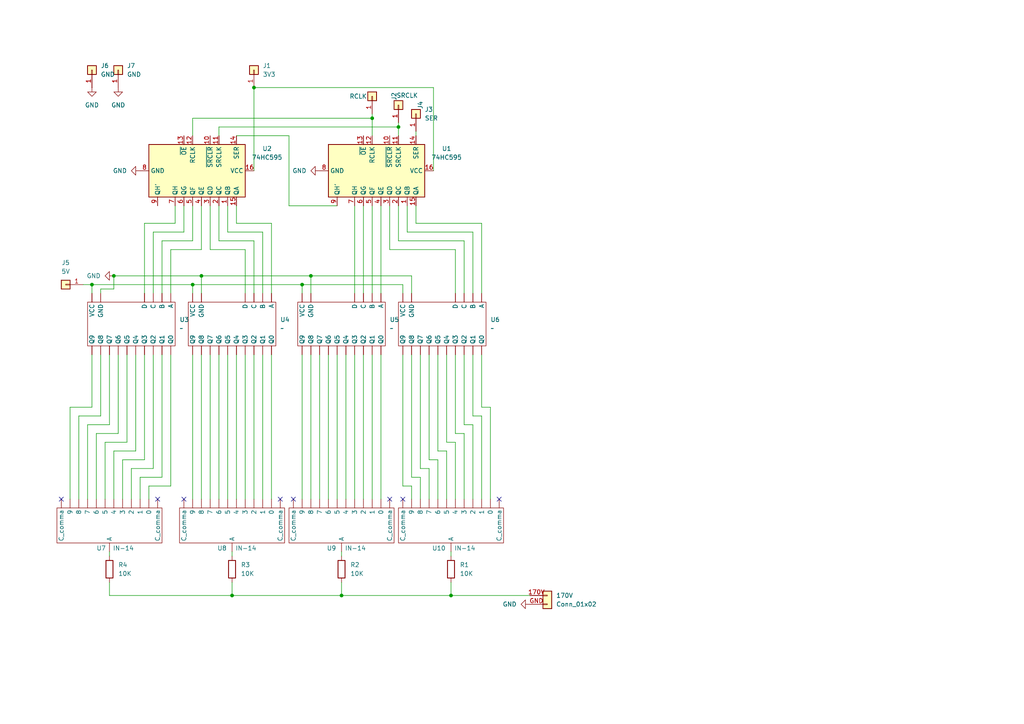
<source format=kicad_sch>
(kicad_sch (version 20250114) (generator "eeschema") (generator_version "9.0")
  (paper "A4")
  (lib_symbols
    (symbol "74xx:74HC595"
      (property "Reference" "U" (at -7.62 13.97 0))
      (property "Value" "74HC595" (at -7.62 -16.51 0))
      (symbol "74HC595_1_0"
        (pin input line (at -10.16 10.16 0) (length 2.54) (name "SER") (number "14"))
        (pin input line (at -10.16 5.08 0) (length 2.54) (name "SRCLK") (number "11"))
        (pin input line (at -10.16 2.54 0) (length 2.54) (name "~{SRCLR}") (number "10"))
        (pin input line (at -10.16 -2.54 0) (length 2.54) (name "RCLK") (number "12"))
        (pin input line (at -10.16 -5.08 0) (length 2.54) (name "~{OE}") (number "13"))
        (pin power_in line (at 0 15.24 270) (length 2.54) (name "VCC") (number "16"))
        (pin power_in line (at 0 -17.78 90) (length 2.54) (name "GND") (number "8"))
        (pin tri_state line (at 10.16 10.16 180) (length 2.54) (name "QA") (number "15"))
        (pin tri_state line (at 10.16 7.62 180) (length 2.54) (name "QB") (number "1"))
        (pin tri_state line (at 10.16 5.08 180) (length 2.54) (name "QC") (number "2"))
        (pin tri_state line (at 10.16 2.54 180) (length 2.54) (name "QD") (number "3"))
        (pin tri_state line (at 10.16 0 180) (length 2.54) (name "QE") (number "4"))
        (pin tri_state line (at 10.16 -2.54 180) (length 2.54) (name "QF") (number "5"))
        (pin tri_state line (at 10.16 -5.08 180) (length 2.54) (name "QG") (number "6"))
        (pin tri_state line (at 10.16 -7.62 180) (length 2.54) (name "QH") (number "7"))
        (pin output line (at 10.16 -12.7 180) (length 2.54) (name "QH'") (number "9"))
      )
      (symbol "74HC595_1_1"
        (rectangle (start -7.62 12.7) (end 7.62 -15.24) (stroke (width 0.254)) (fill (type background)))
      )
    )
    (symbol "Connector_Generic:Conn_01x01" (pin_names (offset 1.016) (hide yes))
      (property "Reference" "J" (at 0 2.54 0))
      (property "Value" "Conn_01x01" (at 0 -2.54 0))
      (symbol "Conn_01x01_1_1"
        (rectangle (start -1.27 1.27) (end 1.27 -1.27) (stroke (width 0.254)) (fill (type background)))
        (rectangle (start -1.27 0.127) (end 0 -0.127) (stroke (width 0.1524)))
        (pin passive line (at -5.08 0 0) (length 3.81) (name "Pin_1") (number "1"))
      )
    )
    (symbol "Connector_Generic:Conn_01x02" (pin_names (offset 1.016) (hide yes))
      (property "Reference" "170V" (at 2.54 0.0001 0))
      (property "Value" "Conn_01x02" (at 2.54 -2.5399 0))
      (symbol "Conn_01x02_1_1"
        (rectangle (start -1.27 1.27) (end 1.27 -3.81) (stroke (width 0.254)) (fill (type background)))
        (rectangle (start -1.27 0.127) (end 0 -0.127) (stroke (width 0.1524)))
        (rectangle (start -1.27 -2.413) (end 0 -2.667) (stroke (width 0.1524)))
        (pin passive line (at -5.08 0 0) (length 3.81) (name "Pin_1") (number "170V"))
        (pin passive line (at -5.08 -2.54 0) (length 3.81) (name "Pin_2") (number "GND"))
      )
    )
    (symbol "Device:R" (pin_numbers (hide yes)) (pin_names (offset 0))
      (property "Reference" "R" (at 2.032 0 90))
      (property "Value" "R" (at 0 0 90))
      (symbol "R_0_1"
        (rectangle (start -1.016 -2.54) (end 1.016 2.54) (stroke (width 0.254)))
      )
      (symbol "R_1_1"
        (pin passive line (at 0 3.81 270) (length 1.27) (name "~") (number "1"))
        (pin passive line (at 0 -3.81 90) (length 1.27) (name "~") (number "2"))
      )
    )
    (symbol "IN-14_1"
      (property "Reference" "U" (at 0 0 0))
      (symbol "IN-14_1_0_1"
        (rectangle (start -12.7 3.81) (end 17.78 -6.35))
      )
      (symbol "IN-14_1_1_1"
        (pin bidirectional line (at -11.43 6.35 270) (length 2.54) (name "C_comma") (number ""))
        (pin input line (at -8.89 6.35 270) (length 2.54) (name "0") (number ""))
        (pin input line (at -6.35 6.35 270) (length 2.54) (name "1") (number ""))
        (pin input line (at -3.81 6.35 270) (length 2.54) (name "2") (number ""))
        (pin input line (at -1.27 6.35 270) (length 2.54) (name "3") (number ""))
        (pin input line (at 1.27 6.35 270) (length 2.54) (name "4") (number ""))
        (pin bidirectional line (at 2.54 -8.89 90) (length 2.54) (name "A") (number ""))
        (pin input line (at 3.81 6.35 270) (length 2.54) (name "5") (number ""))
        (pin input line (at 6.35 6.35 270) (length 2.54) (name "6") (number ""))
        (pin input line (at 8.89 6.35 270) (length 2.54) (name "7") (number ""))
        (pin input line (at 11.43 6.35 270) (length 2.54) (name "8") (number ""))
        (pin input line (at 13.97 6.35 270) (length 2.54) (name "9") (number ""))
        (pin bidirectional line (at 16.51 6.35 270) (length 2.54) (name "C_comma") (number ""))
      )
    )
    (symbol "IN-14_2"
      (property "Reference" "U" (at 0 0 0))
      (symbol "IN-14_2_0_1"
        (rectangle (start -12.7 3.81) (end 17.78 -6.35))
      )
      (symbol "IN-14_2_1_1"
        (pin bidirectional line (at -11.43 6.35 270) (length 2.54) (name "C_comma") (number ""))
        (pin input line (at -8.89 6.35 270) (length 2.54) (name "0") (number ""))
        (pin input line (at -6.35 6.35 270) (length 2.54) (name "1") (number ""))
        (pin input line (at -3.81 6.35 270) (length 2.54) (name "2") (number ""))
        (pin input line (at -1.27 6.35 270) (length 2.54) (name "3") (number ""))
        (pin input line (at 1.27 6.35 270) (length 2.54) (name "4") (number ""))
        (pin bidirectional line (at 2.54 -8.89 90) (length 2.54) (name "A") (number ""))
        (pin input line (at 3.81 6.35 270) (length 2.54) (name "5") (number ""))
        (pin input line (at 6.35 6.35 270) (length 2.54) (name "6") (number ""))
        (pin input line (at 8.89 6.35 270) (length 2.54) (name "7") (number ""))
        (pin input line (at 11.43 6.35 270) (length 2.54) (name "8") (number ""))
        (pin input line (at 13.97 6.35 270) (length 2.54) (name "9") (number ""))
        (pin bidirectional line (at 16.51 6.35 270) (length 2.54) (name "C_comma") (number ""))
      )
    )
    (symbol "IN-14_3"
      (property "Reference" "U" (at 0 0 0))
      (symbol "IN-14_3_0_1"
        (rectangle (start -12.7 3.81) (end 17.78 -6.35))
      )
      (symbol "IN-14_3_1_1"
        (pin bidirectional line (at -11.43 6.35 270) (length 2.54) (name "C_comma") (number ""))
        (pin input line (at -8.89 6.35 270) (length 2.54) (name "0") (number ""))
        (pin input line (at -6.35 6.35 270) (length 2.54) (name "1") (number ""))
        (pin input line (at -3.81 6.35 270) (length 2.54) (name "2") (number ""))
        (pin input line (at -1.27 6.35 270) (length 2.54) (name "3") (number ""))
        (pin input line (at 1.27 6.35 270) (length 2.54) (name "4") (number ""))
        (pin bidirectional line (at 2.54 -8.89 90) (length 2.54) (name "A") (number ""))
        (pin input line (at 3.81 6.35 270) (length 2.54) (name "5") (number ""))
        (pin input line (at 6.35 6.35 270) (length 2.54) (name "6") (number ""))
        (pin input line (at 8.89 6.35 270) (length 2.54) (name "7") (number ""))
        (pin input line (at 11.43 6.35 270) (length 2.54) (name "8") (number ""))
        (pin input line (at 13.97 6.35 270) (length 2.54) (name "9") (number ""))
        (pin bidirectional line (at 16.51 6.35 270) (length 2.54) (name "C_comma") (number ""))
      )
    )
    (symbol "K155ID1_1"
      (property "Reference" "U3" (at -1.2701 13.97 90))
      (property "Value" "~" (at 1.2699 13.97 90))
      (symbol "K155ID1_1_0_1"
        (rectangle (start -6.35 12.7) (end 6.35 -12.7))
      )
      (symbol "K155ID1_1_1_1"
        (pin input line (at -8.89 11.43 0) (length 2.54) (name "A") (number ""))
        (pin input line (at -8.89 8.89 0) (length 2.54) (name "B") (number ""))
        (pin input line (at -8.89 6.35 0) (length 2.54) (name "C") (number ""))
        (pin input line (at -8.89 3.81 0) (length 2.54) (name "D") (number ""))
        (pin output line (at -8.89 -8.89 0) (length 2.54) (name "GND") (number ""))
        (pin input line (at -8.89 -11.43 0) (length 2.54) (name "VCC") (number ""))
        (pin output line (at 8.89 11.43 180) (length 2.54) (name "Q0") (number ""))
        (pin output line (at 8.89 8.89 180) (length 2.54) (name "Q1") (number ""))
        (pin output line (at 8.89 6.35 180) (length 2.54) (name "Q2") (number ""))
        (pin output line (at 8.89 3.81 180) (length 2.54) (name "Q3") (number ""))
        (pin output line (at 8.89 1.27 180) (length 2.54) (name "Q4") (number ""))
        (pin output line (at 8.89 -1.27 180) (length 2.54) (name "Q5") (number ""))
        (pin output line (at 8.89 -3.81 180) (length 2.54) (name "Q6") (number ""))
        (pin output line (at 8.89 -6.35 180) (length 2.54) (name "Q7") (number ""))
        (pin output line (at 8.89 -8.89 180) (length 2.54) (name "Q8") (number ""))
        (pin output line (at 8.89 -11.43 180) (length 2.54) (name "Q9") (number ""))
      )
    )
    (symbol "K155ID1_2"
      (property "Reference" "U6" (at -1.27 17.78 0))
      (property "Value" "~" (at -1.27 15.24 0))
      (symbol "K155ID1_2_0_1"
        (rectangle (start -6.35 12.7) (end 6.35 -12.7))
      )
      (symbol "K155ID1_2_1_1"
        (pin input line (at -8.89 11.43 0) (length 2.54) (name "A") (number ""))
        (pin input line (at -8.89 8.89 0) (length 2.54) (name "B") (number ""))
        (pin input line (at -8.89 6.35 0) (length 2.54) (name "C") (number ""))
        (pin input line (at -8.89 3.81 0) (length 2.54) (name "D") (number ""))
        (pin output line (at -8.89 -8.89 0) (length 2.54) (name "GND") (number ""))
        (pin input line (at -8.89 -11.43 0) (length 2.54) (name "VCC") (number ""))
        (pin output line (at 8.89 11.43 180) (length 2.54) (name "Q0") (number ""))
        (pin output line (at 8.89 8.89 180) (length 2.54) (name "Q1") (number ""))
        (pin output line (at 8.89 6.35 180) (length 2.54) (name "Q2") (number ""))
        (pin output line (at 8.89 3.81 180) (length 2.54) (name "Q3") (number ""))
        (pin output line (at 8.89 1.27 180) (length 2.54) (name "Q4") (number ""))
        (pin output line (at 8.89 -1.27 180) (length 2.54) (name "Q5") (number ""))
        (pin output line (at 8.89 -3.81 180) (length 2.54) (name "Q6") (number ""))
        (pin output line (at 8.89 -6.35 180) (length 2.54) (name "Q7") (number ""))
        (pin output line (at 8.89 -8.89 180) (length 2.54) (name "Q8") (number ""))
        (pin output line (at 8.89 -11.43 180) (length 2.54) (name "Q9") (number ""))
      )
    )
    (symbol "K155ID1_3"
      (property "Reference" "U6" (at -1.27 17.78 0))
      (property "Value" "~" (at -1.27 15.24 0))
      (symbol "K155ID1_3_0_1"
        (rectangle (start -6.35 12.7) (end 6.35 -12.7))
      )
      (symbol "K155ID1_3_1_1"
        (pin input line (at -8.89 11.43 0) (length 2.54) (name "A") (number ""))
        (pin input line (at -8.89 8.89 0) (length 2.54) (name "B") (number ""))
        (pin input line (at -8.89 6.35 0) (length 2.54) (name "C") (number ""))
        (pin input line (at -8.89 3.81 0) (length 2.54) (name "D") (number ""))
        (pin output line (at -8.89 -8.89 0) (length 2.54) (name "GND") (number ""))
        (pin input line (at -8.89 -11.43 0) (length 2.54) (name "VCC") (number ""))
        (pin output line (at 8.89 11.43 180) (length 2.54) (name "Q0") (number ""))
        (pin output line (at 8.89 8.89 180) (length 2.54) (name "Q1") (number ""))
        (pin output line (at 8.89 6.35 180) (length 2.54) (name "Q2") (number ""))
        (pin output line (at 8.89 3.81 180) (length 2.54) (name "Q3") (number ""))
        (pin output line (at 8.89 1.27 180) (length 2.54) (name "Q4") (number ""))
        (pin output line (at 8.89 -1.27 180) (length 2.54) (name "Q5") (number ""))
        (pin output line (at 8.89 -3.81 180) (length 2.54) (name "Q6") (number ""))
        (pin output line (at 8.89 -6.35 180) (length 2.54) (name "Q7") (number ""))
        (pin output line (at 8.89 -8.89 180) (length 2.54) (name "Q8") (number ""))
        (pin output line (at 8.89 -11.43 180) (length 2.54) (name "Q9") (number ""))
      )
    )
    (symbol "K155ID1_4"
      (property "Reference" "U6" (at -1.27 17.78 0))
      (property "Value" "~" (at -1.27 15.24 0))
      (symbol "K155ID1_4_0_1"
        (rectangle (start -6.35 12.7) (end 6.35 -12.7))
      )
      (symbol "K155ID1_4_1_1"
        (pin input line (at -8.89 11.43 0) (length 2.54) (name "A") (number ""))
        (pin input line (at -8.89 8.89 0) (length 2.54) (name "B") (number ""))
        (pin input line (at -8.89 6.35 0) (length 2.54) (name "C") (number ""))
        (pin input line (at -8.89 3.81 0) (length 2.54) (name "D") (number ""))
        (pin output line (at -8.89 -8.89 0) (length 2.54) (name "GND") (number ""))
        (pin input line (at -8.89 -11.43 0) (length 2.54) (name "VCC") (number ""))
        (pin output line (at 8.89 11.43 180) (length 2.54) (name "Q0") (number ""))
        (pin output line (at 8.89 8.89 180) (length 2.54) (name "Q1") (number ""))
        (pin output line (at 8.89 6.35 180) (length 2.54) (name "Q2") (number ""))
        (pin output line (at 8.89 3.81 180) (length 2.54) (name "Q3") (number ""))
        (pin output line (at 8.89 1.27 180) (length 2.54) (name "Q4") (number ""))
        (pin output line (at 8.89 -1.27 180) (length 2.54) (name "Q5") (number ""))
        (pin output line (at 8.89 -3.81 180) (length 2.54) (name "Q6") (number ""))
        (pin output line (at 8.89 -6.35 180) (length 2.54) (name "Q7") (number ""))
        (pin output line (at 8.89 -8.89 180) (length 2.54) (name "Q8") (number ""))
        (pin output line (at 8.89 -11.43 180) (length 2.54) (name "Q9") (number ""))
      )
    )
    (symbol "custom:IN-14"
      (property "Reference" "U" (at 0 0 0))
      (symbol "IN-14_0_1"
        (rectangle (start -12.7 3.81) (end 17.78 -6.35))
      )
      (symbol "IN-14_1_1"
        (pin bidirectional line (at -11.43 6.35 270) (length 2.54) (name "C_comma") (number ""))
        (pin input line (at -8.89 6.35 270) (length 2.54) (name "0") (number ""))
        (pin input line (at -6.35 6.35 270) (length 2.54) (name "1") (number ""))
        (pin input line (at -3.81 6.35 270) (length 2.54) (name "2") (number ""))
        (pin input line (at -1.27 6.35 270) (length 2.54) (name "3") (number ""))
        (pin input line (at 1.27 6.35 270) (length 2.54) (name "4") (number ""))
        (pin bidirectional line (at 2.54 -8.89 90) (length 2.54) (name "A") (number ""))
        (pin input line (at 3.81 6.35 270) (length 2.54) (name "5") (number ""))
        (pin input line (at 6.35 6.35 270) (length 2.54) (name "6") (number ""))
        (pin input line (at 8.89 6.35 270) (length 2.54) (name "7") (number ""))
        (pin input line (at 11.43 6.35 270) (length 2.54) (name "8") (number ""))
        (pin input line (at 13.97 6.35 270) (length 2.54) (name "9") (number ""))
        (pin bidirectional line (at 16.51 6.35 270) (length 2.54) (name "C_comma") (number ""))
      )
    )
    (symbol "power:GND" (power) (pin_numbers (hide yes)) (pin_names (offset 0) (hide yes))
      (property "Value" "GND" (at 0 -3.81 0))
      (symbol "GND_0_1"
        (polyline (pts (xy 0 0) (xy 0 -1.27) (xy 1.27 -1.27) (xy 0 -2.54) (xy -1.27 -1.27) (xy 0 -1.27)))
      )
      (symbol "GND_1_1"
        (pin power_in line (at 0 0 270) (length 0) (name "~") (number "1"))
      )
    )
  )
  (junction (at 26.67 82.55))
  (junction (at 55.88 82.55))
  (junction (at 73.66 25.4))
  (junction (at 99.06 172.72))
  (junction (at 130.81 172.72))
  (junction (at 107.95 34.29))
  (junction (at 87.63 82.55))
  (junction (at 115.57 36.83))
  (junction (at 90.17 80.01))
  (junction (at 67.31 172.72))
  (junction (at 58.42 80.01))
  (junction (at 33.02 80.01))
  (no_connect (at 116.84 144.78))
  (no_connect (at 53.34 144.78))
  (no_connect (at -800.1 -491.49))
  (no_connect (at 17.78 144.78))
  (no_connect (at 144.78 144.78))
  (no_connect (at -1386.84 -1120.14))
  (no_connect (at 85.09 144.78))
  (no_connect (at 113.03 144.78))
  (no_connect (at 81.28 144.78))
  (no_connect (at 45.72 144.78))
  (wire (pts (xy 139.7 85.09) (xy 139.7 64.77)))
  (wire (pts (xy 63.5 39.37) (xy 63.5 36.83)))
  (wire (pts (xy 87.63 82.55) (xy 116.84 82.55)))
  (wire (pts (xy 68.58 102.87) (xy 68.58 144.78)))
  (wire (pts (xy 113.03 72.39) (xy 132.08 72.39)))
  (wire (pts (xy 41.91 133.35) (xy 41.91 102.87)))
  (wire (pts (xy 60.96 72.39) (xy 71.12 72.39)))
  (wire (pts (xy 36.83 128.27) (xy 36.83 102.87)))
  (wire (pts (xy 29.21 85.09) (xy 29.21 83.82)))
  (wire (pts (xy 87.63 82.55) (xy 87.63 85.09)))
  (wire (pts (xy 139.7 102.87) (xy 139.7 118.11)))
  (wire (pts (xy 53.34 59.69) (xy 53.34 67.31)))
  (wire (pts (xy 30.48 128.27) (xy 36.83 128.27)))
  (wire (pts (xy 31.75 168.91) (xy 31.75 172.72)))
  (wire (pts (xy 63.5 102.87) (xy 63.5 144.78)))
  (wire (pts (xy 25.4 144.78) (xy 25.4 123.19)))
  (wire (pts (xy 129.54 130.81) (xy 127 130.81)))
  (wire (pts (xy 55.88 85.09) (xy 55.88 82.55)))
  (wire (pts (xy 115.57 69.85) (xy 115.57 59.69)))
  (wire (pts (xy 99.06 172.72) (xy 67.31 172.72)))
  (wire (pts (xy 119.38 144.78) (xy 119.38 140.97)))
  (wire (pts (xy 66.04 102.87) (xy 66.04 144.78)))
  (wire (pts (xy 139.7 64.77) (xy 120.65 64.77)))
  (wire (pts (xy 41.91 64.77) (xy 50.8 64.77)))
  (wire (pts (xy 125.73 49.53) (xy 125.73 25.4)))
  (wire (pts (xy 20.32 144.78) (xy 20.32 118.11)))
  (wire (pts (xy 100.33 102.87) (xy 100.33 144.78)))
  (wire (pts (xy 107.95 33.02) (xy 107.95 34.29)))
  (wire (pts (xy 33.02 83.82) (xy 33.02 80.01)))
  (wire (pts (xy 134.62 144.78) (xy 134.62 125.73)))
  (wire (pts (xy 127 102.87) (xy 127 130.81)))
  (wire (pts (xy 119.38 140.97) (xy 116.84 140.97)))
  (wire (pts (xy 46.99 69.85) (xy 55.88 69.85)))
  (wire (pts (xy 139.7 144.78) (xy 139.7 120.65)))
  (wire (pts (xy 50.8 64.77) (xy 50.8 59.69)))
  (wire (pts (xy 137.16 144.78) (xy 137.16 123.19)))
  (wire (pts (xy 44.45 67.31) (xy 44.45 85.09)))
  (wire (pts (xy 71.12 72.39) (xy 71.12 85.09)))
  (wire (pts (xy 132.08 144.78) (xy 132.08 128.27)))
  (wire (pts (xy 83.82 59.69) (xy 83.82 39.37)))
  (wire (pts (xy 43.18 144.78) (xy 43.18 140.97)))
  (wire (pts (xy 78.74 64.77) (xy 78.74 85.09)))
  (wire (pts (xy 38.1 144.78) (xy 38.1 135.89)))
  (wire (pts (xy 46.99 85.09) (xy 46.99 69.85)))
  (wire (pts (xy 95.25 102.87) (xy 95.25 144.78)))
  (wire (pts (xy 90.17 80.01) (xy 90.17 85.09)))
  (wire (pts (xy 127 133.35) (xy 124.46 133.35)))
  (wire (pts (xy 73.66 25.4) (xy 73.66 49.53)))
  (wire (pts (xy 78.74 64.77) (xy 68.58 64.77)))
  (wire (pts (xy 58.42 102.87) (xy 58.42 144.78)))
  (wire (pts (xy 55.88 82.55) (xy 87.63 82.55)))
  (wire (pts (xy 58.42 72.39) (xy 49.53 72.39)))
  (wire (pts (xy 127 144.78) (xy 127 133.35)))
  (wire (pts (xy 99.06 168.91) (xy 99.06 172.72)))
  (wire (pts (xy 33.02 130.81) (xy 33.02 144.78)))
  (wire (pts (xy 26.67 118.11) (xy 26.67 102.87)))
  (wire (pts (xy 137.16 123.19) (xy 134.62 123.19)))
  (wire (pts (xy 153.67 172.72) (xy 130.81 172.72)))
  (wire (pts (xy 102.87 102.87) (xy 102.87 144.78)))
  (wire (pts (xy 67.31 168.91) (xy 67.31 172.72)))
  (wire (pts (xy 107.95 34.29) (xy 107.95 39.37)))
  (wire (pts (xy 120.65 64.77) (xy 120.65 59.69)))
  (wire (pts (xy 68.58 64.77) (xy 68.58 59.69)))
  (wire (pts (xy 97.79 59.69) (xy 83.82 59.69)))
  (wire (pts (xy 76.2 67.31) (xy 76.2 85.09)))
  (wire (pts (xy 39.37 102.87) (xy 39.37 130.81)))
  (wire (pts (xy 78.74 102.87) (xy 78.74 144.78)))
  (wire (pts (xy 134.62 69.85) (xy 115.57 69.85)))
  (wire (pts (xy 130.81 172.72) (xy 99.06 172.72)))
  (wire (pts (xy 26.67 82.55) (xy 55.88 82.55)))
  (wire (pts (xy 124.46 102.87) (xy 124.46 133.35)))
  (wire (pts (xy 29.21 102.87) (xy 29.21 120.65)))
  (wire (pts (xy 55.88 59.69) (xy 55.88 69.85)))
  (wire (pts (xy 132.08 128.27) (xy 129.54 128.27)))
  (wire (pts (xy 87.63 102.87) (xy 87.63 144.78)))
  (wire (pts (xy 35.56 144.78) (xy 35.56 133.35)))
  (wire (pts (xy 124.46 135.89) (xy 121.92 135.89)))
  (wire (pts (xy 27.94 125.73) (xy 27.94 144.78)))
  (wire (pts (xy 63.5 69.85) (xy 63.5 59.69)))
  (wire (pts (xy 142.24 118.11) (xy 139.7 118.11)))
  (wire (pts (xy 58.42 59.69) (xy 58.42 72.39)))
  (wire (pts (xy 92.71 102.87) (xy 92.71 144.78)))
  (wire (pts (xy 55.88 39.37) (xy 55.88 34.29)))
  (wire (pts (xy 25.4 123.19) (xy 31.75 123.19)))
  (wire (pts (xy 20.32 118.11) (xy 26.67 118.11)))
  (wire (pts (xy 134.62 123.19) (xy 134.62 102.87)))
  (wire (pts (xy 110.49 59.69) (xy 110.49 85.09)))
  (wire (pts (xy 99.06 160.02) (xy 99.06 161.29)))
  (wire (pts (xy 49.53 140.97) (xy 49.53 102.87)))
  (wire (pts (xy 67.31 172.72) (xy 31.75 172.72)))
  (wire (pts (xy 119.38 80.01) (xy 119.38 85.09)))
  (wire (pts (xy 71.12 102.87) (xy 71.12 144.78)))
  (wire (pts (xy 134.62 125.73) (xy 132.08 125.73)))
  (wire (pts (xy 55.88 34.29) (xy 107.95 34.29)))
  (wire (pts (xy 35.56 133.35) (xy 41.91 133.35)))
  (wire (pts (xy 115.57 35.56) (xy 115.57 36.83)))
  (wire (pts (xy 73.66 69.85) (xy 63.5 69.85)))
  (wire (pts (xy 34.29 125.73) (xy 27.94 125.73)))
  (wire (pts (xy 97.79 102.87) (xy 97.79 144.78)))
  (wire (pts (xy 24.13 82.55) (xy 26.67 82.55)))
  (wire (pts (xy 137.16 67.31) (xy 137.16 85.09)))
  (wire (pts (xy 120.65 38.1) (xy 120.65 39.37)))
  (wire (pts (xy 121.92 102.87) (xy 121.92 135.89)))
  (wire (pts (xy 119.38 102.87) (xy 119.38 138.43)))
  (wire (pts (xy 105.41 59.69) (xy 105.41 85.09)))
  (wire (pts (xy 60.96 102.87) (xy 60.96 144.78)))
  (wire (pts (xy 29.21 120.65) (xy 22.86 120.65)))
  (wire (pts (xy 132.08 102.87) (xy 132.08 125.73)))
  (wire (pts (xy 139.7 120.65) (xy 137.16 120.65)))
  (wire (pts (xy 66.04 59.69) (xy 66.04 67.31)))
  (wire (pts (xy 118.11 67.31) (xy 137.16 67.31)))
  (wire (pts (xy 73.66 85.09) (xy 73.66 69.85)))
  (wire (pts (xy 58.42 80.01) (xy 90.17 80.01)))
  (wire (pts (xy 30.48 144.78) (xy 30.48 128.27)))
  (wire (pts (xy 90.17 80.01) (xy 119.38 80.01)))
  (wire (pts (xy 43.18 140.97) (xy 49.53 140.97)))
  (wire (pts (xy 132.08 72.39) (xy 132.08 85.09)))
  (wire (pts (xy 31.75 123.19) (xy 31.75 102.87)))
  (wire (pts (xy 40.64 144.78) (xy 40.64 138.43)))
  (wire (pts (xy 102.87 59.69) (xy 102.87 85.09)))
  (wire (pts (xy 67.31 160.02) (xy 67.31 161.29)))
  (wire (pts (xy 134.62 85.09) (xy 134.62 69.85)))
  (wire (pts (xy 41.91 85.09) (xy 41.91 64.77)))
  (wire (pts (xy 129.54 144.78) (xy 129.54 130.81)))
  (wire (pts (xy 33.02 80.01) (xy 58.42 80.01)))
  (wire (pts (xy 53.34 67.31) (xy 44.45 67.31)))
  (wire (pts (xy 46.99 138.43) (xy 46.99 102.87)))
  (wire (pts (xy 66.04 67.31) (xy 76.2 67.31)))
  (wire (pts (xy 116.84 82.55) (xy 116.84 85.09)))
  (wire (pts (xy 118.11 59.69) (xy 118.11 67.31)))
  (wire (pts (xy 142.24 144.78) (xy 142.24 118.11)))
  (wire (pts (xy 38.1 135.89) (xy 44.45 135.89)))
  (wire (pts (xy 107.95 59.69) (xy 107.95 85.09)))
  (wire (pts (xy 130.81 160.02) (xy 130.81 161.29)))
  (wire (pts (xy 90.17 102.87) (xy 90.17 144.78)))
  (wire (pts (xy 58.42 80.01) (xy 58.42 85.09)))
  (wire (pts (xy 83.82 39.37) (xy 68.58 39.37)))
  (wire (pts (xy 110.49 102.87) (xy 110.49 144.78)))
  (wire (pts (xy 26.67 85.09) (xy 26.67 82.55)))
  (wire (pts (xy 124.46 144.78) (xy 124.46 135.89)))
  (wire (pts (xy 44.45 135.89) (xy 44.45 102.87)))
  (wire (pts (xy 130.81 168.91) (xy 130.81 172.72)))
  (wire (pts (xy 105.41 102.87) (xy 105.41 144.78)))
  (wire (pts (xy 137.16 120.65) (xy 137.16 102.87)))
  (wire (pts (xy 34.29 102.87) (xy 34.29 125.73)))
  (wire (pts (xy 129.54 128.27) (xy 129.54 102.87)))
  (wire (pts (xy 31.75 160.02) (xy 31.75 161.29)))
  (wire (pts (xy 76.2 102.87) (xy 76.2 144.78)))
  (wire (pts (xy 22.86 120.65) (xy 22.86 144.78)))
  (wire (pts (xy 125.73 25.4) (xy 73.66 25.4)))
  (wire (pts (xy 73.66 102.87) (xy 73.66 144.78)))
  (wire (pts (xy 39.37 130.81) (xy 33.02 130.81)))
  (wire (pts (xy 121.92 138.43) (xy 119.38 138.43)))
  (wire (pts (xy 40.64 138.43) (xy 46.99 138.43)))
  (wire (pts (xy 49.53 72.39) (xy 49.53 85.09)))
  (wire (pts (xy 116.84 140.97) (xy 116.84 102.87)))
  (wire (pts (xy 107.95 102.87) (xy 107.95 144.78)))
  (wire (pts (xy 121.92 144.78) (xy 121.92 138.43)))
  (wire (pts (xy 113.03 59.69) (xy 113.03 72.39)))
  (wire (pts (xy 63.5 36.83) (xy 115.57 36.83)))
  (wire (pts (xy 115.57 36.83) (xy 115.57 39.37)))
  (wire (pts (xy 29.21 83.82) (xy 33.02 83.82)))
  (wire (pts (xy 60.96 59.69) (xy 60.96 72.39)))
  (wire (pts (xy 55.88 102.87) (xy 55.88 144.78)))
  (symbol (lib_id "Connector_Generic:Conn_01x01") (at 19.05 82.55 180) (unit 1)
    (property "Reference" "J5" (at 19.05 76.2 0))
    (property "Value" "5V" (at 19.05 78.74 0))
    (property "Description" "Generic connector, single row, 01x01, script generated (kicad-library-utils/schlib/autogen/connector/)" (effects (hide yes)))
  )
  (symbol (lib_name "K155ID1_1") (lib_id "custom:K155ID1") (at 38.1 93.98 270) (unit 1)
    (property "Reference" "U3" (at 52.07 92.7099 90) (effects (justify left)))
    (property "Value" "~" (at 52.07 95.2499 90) (effects (justify left)))
  )
  (symbol (lib_id "custom:IN-14") (at 34.29 151.13 0) (mirror y) (unit 1)
    (property "Reference" "U7" (at 30.734 159.004 0) (effects (justify left)))
    (property "Value" "IN-14" (at 38.862 159.004 0) (effects (justify left)))
  )
  (symbol (lib_name "IN-14_1") (lib_id "custom:IN-14") (at 69.85 151.13 0) (mirror y) (unit 1)
    (property "Reference" "U8" (at 65.786 159.004 0) (effects (justify left)))
    (property "Value" "IN-14" (at 74.422 159.004 0) (effects (justify left)))
  )
  (symbol (lib_id "Connector_Generic:Conn_01x01") (at 34.29 20.32 90) (unit 1)
    (property "Reference" "J7" (at 36.83 19.0499 90) (effects (justify right)))
    (property "Value" "GND" (at 36.83 21.5899 90) (effects (justify right)))
    (property "Description" "Generic connector, single row, 01x01, script generated (kicad-library-utils/schlib/autogen/connector/)" (effects (hide yes)))
  )
  (symbol (lib_id "power:GND") (at 40.64 49.53 270) (unit 1)
    (property "Reference" "#PWR02" (effects (hide yes)))
    (property "Value" "GND" (at 36.83 49.5299 90) (effects (justify right)))
    (property "Description" "Power symbol creates a global label with name \"GND\" , ground" (effects (hide yes)))
  )
  (symbol (lib_id "power:GND") (at 34.29 25.4 0) (unit 1)
    (property "Reference" "#PWR04" (effects (hide yes)))
    (property "Value" "GND" (at 34.29 30.48 0))
    (property "Description" "Power symbol creates a global label with name \"GND\" , ground" (effects (hide yes)))
  )
  (symbol (lib_id "Connector_Generic:Conn_01x01") (at 107.95 27.94 90) (unit 1)
    (property "Reference" "J2" (at 114.3 27.94 0))
    (property "Value" "RCLK" (at 103.886 27.94 90))
    (property "Description" "Generic connector, single row, 01x01, script generated (kicad-library-utils/schlib/autogen/connector/)" (effects (hide yes)))
  )
  (symbol (lib_name "IN-14_2") (lib_id "custom:IN-14") (at 101.6 151.13 0) (mirror y) (unit 1)
    (property "Reference" "U9" (at 97.536 159.004 0) (effects (justify left)))
    (property "Value" "IN-14" (at 106.172 159.004 0) (effects (justify left)))
  )
  (symbol (lib_id "Connector_Generic:Conn_01x01") (at 115.57 30.48 90) (unit 1)
    (property "Reference" "J4" (at 121.92 30.48 0))
    (property "Value" "SRCLK" (at 118.11 27.686 90))
    (property "Description" "Generic connector, single row, 01x01, script generated (kicad-library-utils/schlib/autogen/connector/)" (effects (hide yes)))
  )
  (symbol (lib_id "Connector_Generic:Conn_01x01") (at 26.67 20.32 90) (unit 1)
    (property "Reference" "J6" (at 29.21 19.0499 90) (effects (justify right)))
    (property "Value" "GND" (at 29.21 21.5899 90) (effects (justify right)))
    (property "Description" "Generic connector, single row, 01x01, script generated (kicad-library-utils/schlib/autogen/connector/)" (effects (hide yes)))
  )
  (symbol (lib_id "power:GND") (at 26.67 25.4 0) (unit 1)
    (property "Reference" "#PWR05" (effects (hide yes)))
    (property "Value" "GND" (at 26.67 30.48 0))
    (property "Description" "Power symbol creates a global label with name \"GND\" , ground" (effects (hide yes)))
  )
  (symbol (lib_id "74xx:74HC595") (at 110.49 49.53 270) (unit 1)
    (property "Reference" "U1" (at 129.54 43.1098 90))
    (property "Value" "74HC595" (at 129.54 45.6498 90))
    (property "Datasheet" "http://www.ti.com/lit/ds/symlink/sn74hc595.pdf" (effects (hide yes)))
    (property "Description" "8-bit serial in/out Shift Register 3-State Outputs" (effects (hide yes)))
  )
  (symbol (lib_id "Connector_Generic:Conn_01x01") (at 120.65 33.02 90) (unit 1)
    (property "Reference" "J3" (at 123.19 31.7499 90) (effects (justify right)))
    (property "Value" "SER" (at 123.19 34.2899 90) (effects (justify right)))
    (property "Description" "Generic connector, single row, 01x01, script generated (kicad-library-utils/schlib/autogen/connector/)" (effects (hide yes)))
  )
  (symbol (lib_name "K155ID1_3") (lib_id "custom:K155ID1") (at 99.06 93.98 270) (unit 1)
    (property "Reference" "U5" (at 113.03 92.7099 90) (effects (justify left)))
    (property "Value" "~" (at 113.03 95.2499 90) (effects (justify left)))
  )
  (symbol (lib_name "K155ID1_2") (lib_id "custom:K155ID1") (at 67.31 93.98 270) (unit 1)
    (property "Reference" "U4" (at 81.28 92.7099 90) (effects (justify left)))
    (property "Value" "~" (at 81.28 95.2499 90) (effects (justify left)))
  )
  (symbol (lib_id "Connector_Generic:Conn_01x01") (at 73.66 20.32 90) (unit 1)
    (property "Reference" "J1" (at 76.2 19.0499 90) (effects (justify right)))
    (property "Value" "3V3" (at 76.2 21.5899 90) (effects (justify right)))
    (property "Description" "Generic connector, single row, 01x01, script generated (kicad-library-utils/schlib/autogen/connector/)" (effects (hide yes)))
  )
  (symbol (lib_id "Device:R") (at 130.81 165.1 0) (unit 1)
    (property "Reference" "R1" (at 133.35 163.8299 0) (effects (justify left)))
    (property "Value" "10K" (at 133.35 166.3699 0) (effects (justify left)))
    (property "Description" "Resistor" (effects (hide yes)))
  )
  (symbol (lib_id "power:GND") (at 92.71 49.53 270) (unit 1)
    (property "Reference" "#PWR01" (effects (hide yes)))
    (property "Value" "GND" (at 88.9 49.5299 90) (effects (justify right)))
    (property "Description" "Power symbol creates a global label with name \"GND\" , ground" (effects (hide yes)))
  )
  (symbol (lib_name "K155ID1_4") (lib_id "custom:K155ID1") (at 128.27 93.98 270) (unit 1)
    (property "Reference" "U6" (at 142.24 92.7099 90) (effects (justify left)))
    (property "Value" "~" (at 142.24 95.2499 90) (effects (justify left)))
  )
  (symbol (lib_name "IN-14_3") (lib_id "custom:IN-14") (at 133.35 151.13 0) (mirror y) (unit 1)
    (property "Reference" "U10" (at 129.286 159.004 0) (effects (justify left)))
    (property "Value" "IN-14" (at 137.922 159.004 0) (effects (justify left)))
  )
  (symbol (lib_id "Device:R") (at 67.31 165.1 0) (unit 1)
    (property "Reference" "R3" (at 69.85 163.8299 0) (effects (justify left)))
    (property "Value" "10K" (at 69.85 166.3699 0) (effects (justify left)))
    (property "Description" "Resistor" (effects (hide yes)))
  )
  (symbol (lib_id "Device:R") (at 31.75 165.1 0) (unit 1)
    (property "Reference" "R4" (at 34.29 163.8299 0) (effects (justify left)))
    (property "Value" "10K" (at 34.29 166.3699 0) (effects (justify left)))
    (property "Description" "Resistor" (effects (hide yes)))
  )
  (symbol (lib_id "power:GND") (at 33.02 80.01 270) (unit 1)
    (property "Reference" "#PWR03" (effects (hide yes)))
    (property "Value" "GND" (at 29.21 80.0099 90) (effects (justify right)))
    (property "Description" "Power symbol creates a global label with name \"GND\" , ground" (effects (hide yes)))
  )
  (symbol (lib_id "74xx:74HC595") (at 58.42 49.53 270) (unit 1)
    (property "Reference" "U2" (at 77.47 43.1098 90))
    (property "Value" "74HC595" (at 77.47 45.6498 90))
    (property "Datasheet" "http://www.ti.com/lit/ds/symlink/sn74hc595.pdf" (effects (hide yes)))
    (property "Description" "8-bit serial in/out Shift Register 3-State Outputs" (effects (hide yes)))
  )
  (symbol (lib_id "Device:R") (at 99.06 165.1 0) (unit 1)
    (property "Reference" "R2" (at 101.6 163.8299 0) (effects (justify left)))
    (property "Value" "10K" (at 101.6 166.3699 0) (effects (justify left)))
    (property "Description" "Resistor" (effects (hide yes)))
  )
  (symbol (lib_id "power:GND") (at 153.67 175.26 270) (unit 1)
    (property "Reference" "#PWR06" (effects (hide yes)))
    (property "Value" "GND" (at 149.86 175.2599 90) (effects (justify right)))
    (property "Description" "Power symbol creates a global label with name \"GND\" , ground" (effects (hide yes)))
  )
  (symbol (lib_id "Connector_Generic:Conn_01x02") (at 158.75 172.72 0) (unit 1)
    (property "Reference" "170V" (at 161.29 172.7199 0) (effects (justify left)))
    (property "Value" "Conn_01x02" (at 161.29 175.2599 0) (effects (justify left)))
    (property "Description" "Generic connector, single row, 01x02, script generated (kicad-library-utils/schlib/autogen/connector/)" (effects (hide yes)))
  )
)
</source>
